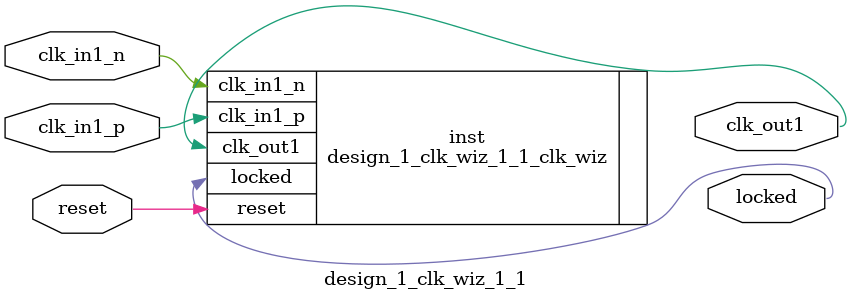
<source format=v>


`timescale 1ps/1ps

(* CORE_GENERATION_INFO = "design_1_clk_wiz_1_1,clk_wiz_v6_0_11_0_0,{component_name=design_1_clk_wiz_1_1,use_phase_alignment=true,use_min_o_jitter=false,use_max_i_jitter=false,use_dyn_phase_shift=false,use_inclk_switchover=false,use_dyn_reconfig=false,enable_axi=0,feedback_source=FDBK_AUTO,PRIMITIVE=MMCM,num_out_clk=1,clkin1_period=10.000,clkin2_period=10.000,use_power_down=false,use_reset=true,use_locked=true,use_inclk_stopped=false,feedback_type=SINGLE,CLOCK_MGR_TYPE=NA,manual_override=false}" *)

module design_1_clk_wiz_1_1 
 (
  // Clock out ports
  output        clk_out1,
  // Status and control signals
  input         reset,
  output        locked,
 // Clock in ports
  input         clk_in1_p,
  input         clk_in1_n
 );

  design_1_clk_wiz_1_1_clk_wiz inst
  (
  // Clock out ports  
  .clk_out1(clk_out1),
  // Status and control signals               
  .reset(reset), 
  .locked(locked),
 // Clock in ports
  .clk_in1_p(clk_in1_p),
  .clk_in1_n(clk_in1_n)
  );

endmodule

</source>
